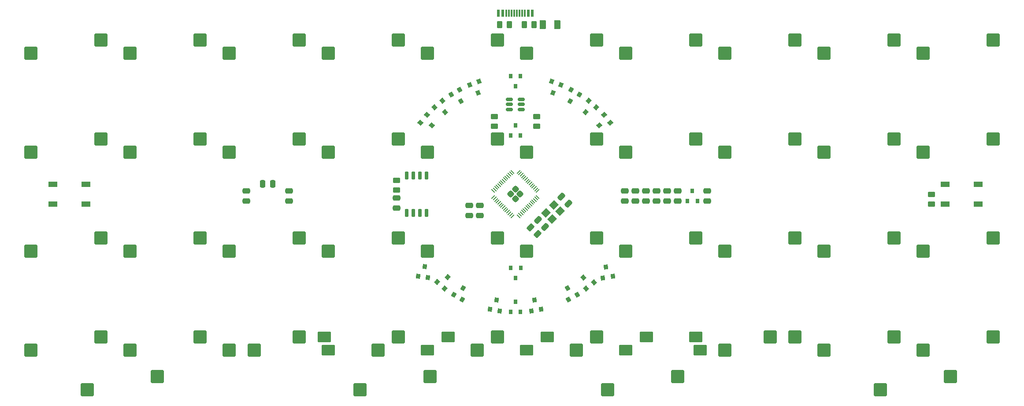
<source format=gbr>
%TF.GenerationSoftware,KiCad,Pcbnew,7.0.8*%
%TF.CreationDate,2023-10-05T16:55:03+02:00*%
%TF.ProjectId,Endeavour-2,456e6465-6176-46f7-9572-2d322e6b6963,rev?*%
%TF.SameCoordinates,Original*%
%TF.FileFunction,Paste,Bot*%
%TF.FilePolarity,Positive*%
%FSLAX46Y46*%
G04 Gerber Fmt 4.6, Leading zero omitted, Abs format (unit mm)*
G04 Created by KiCad (PCBNEW 7.0.8) date 2023-10-05 16:55:03*
%MOMM*%
%LPD*%
G01*
G04 APERTURE LIST*
G04 Aperture macros list*
%AMRoundRect*
0 Rectangle with rounded corners*
0 $1 Rounding radius*
0 $2 $3 $4 $5 $6 $7 $8 $9 X,Y pos of 4 corners*
0 Add a 4 corners polygon primitive as box body*
4,1,4,$2,$3,$4,$5,$6,$7,$8,$9,$2,$3,0*
0 Add four circle primitives for the rounded corners*
1,1,$1+$1,$2,$3*
1,1,$1+$1,$4,$5*
1,1,$1+$1,$6,$7*
1,1,$1+$1,$8,$9*
0 Add four rect primitives between the rounded corners*
20,1,$1+$1,$2,$3,$4,$5,0*
20,1,$1+$1,$4,$5,$6,$7,0*
20,1,$1+$1,$6,$7,$8,$9,0*
20,1,$1+$1,$8,$9,$2,$3,0*%
%AMRotRect*
0 Rectangle, with rotation*
0 The origin of the aperture is its center*
0 $1 length*
0 $2 width*
0 $3 Rotation angle, in degrees counterclockwise*
0 Add horizontal line*
21,1,$1,$2,0,0,$3*%
G04 Aperture macros list end*
%ADD10R,0.600000X1.450000*%
%ADD11R,0.300000X1.450000*%
%ADD12RoundRect,0.250000X1.025000X1.000000X-1.025000X1.000000X-1.025000X-1.000000X1.025000X-1.000000X0*%
%ADD13RoundRect,0.250000X0.475000X-0.250000X0.475000X0.250000X-0.475000X0.250000X-0.475000X-0.250000X0*%
%ADD14RotRect,0.900000X0.800000X310.000000*%
%ADD15RotRect,0.900000X0.800000X80.000000*%
%ADD16RoundRect,0.250000X0.262500X0.450000X-0.262500X0.450000X-0.262500X-0.450000X0.262500X-0.450000X0*%
%ADD17RotRect,0.900000X0.800000X290.000000*%
%ADD18RotRect,1.400000X1.200000X45.000000*%
%ADD19RoundRect,0.250000X-1.025000X-1.000000X1.025000X-1.000000X1.025000X1.000000X-1.025000X1.000000X0*%
%ADD20R,0.800000X0.900000*%
%ADD21RoundRect,0.200000X1.075000X0.800000X-1.075000X0.800000X-1.075000X-0.800000X1.075000X-0.800000X0*%
%ADD22RoundRect,0.250000X-0.262500X-0.450000X0.262500X-0.450000X0.262500X0.450000X-0.262500X0.450000X0*%
%ADD23RoundRect,0.250000X-0.512652X-0.159099X-0.159099X-0.512652X0.512652X0.159099X0.159099X0.512652X0*%
%ADD24RoundRect,0.250000X-0.503814X-0.132583X-0.132583X-0.503814X0.503814X0.132583X0.132583X0.503814X0*%
%ADD25RoundRect,0.250000X-0.375000X-0.625000X0.375000X-0.625000X0.375000X0.625000X-0.375000X0.625000X0*%
%ADD26RotRect,0.900000X0.800000X120.000000*%
%ADD27RotRect,0.900000X0.800000X100.000000*%
%ADD28RotRect,0.900000X0.800000X320.000000*%
%ADD29RotRect,0.900000X0.800000X300.000000*%
%ADD30RoundRect,0.250000X-0.450000X0.262500X-0.450000X-0.262500X0.450000X-0.262500X0.450000X0.262500X0*%
%ADD31RoundRect,0.150000X-0.512500X-0.150000X0.512500X-0.150000X0.512500X0.150000X-0.512500X0.150000X0*%
%ADD32RotRect,0.900000X0.800000X220.000000*%
%ADD33RotRect,0.900000X0.800000X230.000000*%
%ADD34RotRect,0.900000X0.800000X250.000000*%
%ADD35RotRect,0.900000X0.800000X130.000000*%
%ADD36RotRect,0.900000X0.800000X60.000000*%
%ADD37R,1.700000X1.000000*%
%ADD38RoundRect,0.250000X0.250000X0.475000X-0.250000X0.475000X-0.250000X-0.475000X0.250000X-0.475000X0*%
%ADD39RoundRect,0.250000X-0.475000X0.250000X-0.475000X-0.250000X0.475000X-0.250000X0.475000X0.250000X0*%
%ADD40RotRect,0.900000X0.800000X240.000000*%
%ADD41RoundRect,0.250000X0.000000X0.413257X-0.413257X0.000000X0.000000X-0.413257X0.413257X0.000000X0*%
%ADD42RoundRect,0.050000X0.238649X0.309359X-0.309359X-0.238649X-0.238649X-0.309359X0.309359X0.238649X0*%
%ADD43RoundRect,0.050000X-0.238649X0.309359X-0.309359X0.238649X0.238649X-0.309359X0.309359X-0.238649X0*%
%ADD44RoundRect,0.250000X0.450000X-0.262500X0.450000X0.262500X-0.450000X0.262500X-0.450000X-0.262500X0*%
%ADD45RoundRect,0.150000X-0.150000X0.650000X-0.150000X-0.650000X0.150000X-0.650000X0.150000X0.650000X0*%
%ADD46RotRect,0.900000X0.800000X50.000000*%
G04 APERTURE END LIST*
D10*
%TO.C,J1*%
X143465000Y-25087500D03*
X144265000Y-25087500D03*
D11*
X145465000Y-25087500D03*
X146465000Y-25087500D03*
X146965000Y-25087500D03*
X147965000Y-25087500D03*
D10*
X149165000Y-25087500D03*
X149965000Y-25087500D03*
X149965000Y-25087500D03*
X149165000Y-25087500D03*
D11*
X148465000Y-25087500D03*
X147465000Y-25087500D03*
X145965000Y-25087500D03*
X144965000Y-25087500D03*
D10*
X144265000Y-25087500D03*
X143465000Y-25087500D03*
%TD*%
D12*
%TO.C,K20*%
X53630000Y-70890000D03*
X67080000Y-68350000D03*
%TD*%
D13*
%TO.C,C5*%
X123850000Y-62560000D03*
X123850000Y-60660000D03*
%TD*%
D14*
%TO.C,D10*%
X131189470Y-43154604D03*
X132644955Y-41933307D03*
X133202788Y-44076044D03*
%TD*%
D15*
%TO.C,D19*%
X143651919Y-82399774D03*
X141780784Y-82069842D03*
X143063648Y-80265192D03*
%TD*%
D12*
%TO.C,K18*%
X206030000Y-51840000D03*
X219480000Y-49300000D03*
%TD*%
D16*
%TO.C,R7*%
X145532500Y-27230000D03*
X143707500Y-27230000D03*
%TD*%
D17*
%TO.C,D2*%
X137925272Y-38875227D03*
X139710688Y-38225388D03*
X139502020Y-40429693D03*
%TD*%
D12*
%TO.C,K23*%
X110780000Y-70890000D03*
X124230000Y-68350000D03*
%TD*%
%TO.C,K9*%
X225080000Y-32790000D03*
X238530000Y-30250000D03*
%TD*%
D18*
%TO.C,Y0*%
X152551142Y-63496777D03*
X154106777Y-61941142D03*
X155308858Y-63143223D03*
X153753223Y-64698858D03*
%TD*%
D12*
%TO.C,K22*%
X91730000Y-70890000D03*
X105180000Y-68350000D03*
%TD*%
D19*
%TO.C,1.5u2*%
X177887500Y-95020000D03*
X164437500Y-97560000D03*
%TD*%
D20*
%TO.C,D3*%
X145765000Y-37140000D03*
X147665000Y-37140000D03*
X146715000Y-39140000D03*
%TD*%
D12*
%TO.C,1u8*%
X225080000Y-89940000D03*
X238530000Y-87400000D03*
%TD*%
D19*
%TO.C,1u_space1*%
X77875000Y-95020000D03*
X64425000Y-97560000D03*
%TD*%
D21*
%TO.C,2u2*%
X148880000Y-89940000D03*
D12*
X162330000Y-87400000D03*
%TD*%
%TO.C,K19*%
X225080000Y-51840000D03*
X238530000Y-49300000D03*
%TD*%
D20*
%TO.C,D8*%
X147665000Y-48630000D03*
X145765000Y-48630000D03*
X146715000Y-46630000D03*
%TD*%
D22*
%TO.C,R6*%
X148427500Y-27230000D03*
X150252500Y-27230000D03*
%TD*%
D23*
%TO.C,C3*%
X151030000Y-64870000D03*
X152373502Y-66213502D03*
%TD*%
D24*
%TO.C,R5*%
X149644765Y-66304765D03*
X150935235Y-67595235D03*
%TD*%
D12*
%TO.C,K5*%
X148880000Y-32790000D03*
X162330000Y-30250000D03*
%TD*%
D23*
%TO.C,C2*%
X155516498Y-60406498D03*
X156860000Y-61750000D03*
%TD*%
D13*
%TO.C,C11*%
X169790000Y-61180000D03*
X169790000Y-59280000D03*
%TD*%
D25*
%TO.C,F0*%
X152000000Y-27230000D03*
X154800000Y-27230000D03*
%TD*%
D26*
%TO.C,D16*%
X158572724Y-79271025D03*
X156927276Y-80221025D03*
X156750000Y-78013975D03*
%TD*%
D12*
%TO.C,2u4*%
X158405000Y-89940000D03*
D21*
X171855000Y-87400000D03*
%TD*%
D27*
%TO.C,D14*%
X165399216Y-75679842D03*
X163528081Y-76009774D03*
X164116352Y-73875192D03*
%TD*%
D28*
%TO.C,D9*%
X128463307Y-46104955D03*
X129684604Y-44649470D03*
X130606044Y-46662788D03*
%TD*%
D12*
%TO.C,K3*%
X110780000Y-32790000D03*
X124230000Y-30250000D03*
%TD*%
D13*
%TO.C,C7*%
X103220000Y-61180000D03*
X103220000Y-59280000D03*
%TD*%
D12*
%TO.C,1u6*%
X186980000Y-89940000D03*
X200430000Y-87400000D03*
%TD*%
%TO.C,K29*%
X225080000Y-70890000D03*
X238530000Y-68350000D03*
%TD*%
D19*
%TO.C,1u_space2*%
X230275000Y-95020000D03*
X216825000Y-97560000D03*
%TD*%
D12*
%TO.C,K12*%
X91730000Y-51840000D03*
X105180000Y-49300000D03*
%TD*%
%TO.C,K21*%
X72680000Y-70890000D03*
X86130000Y-68350000D03*
%TD*%
%TO.C,SPACE1*%
X139355000Y-89940000D03*
D21*
X152805000Y-87400000D03*
%TD*%
D29*
%TO.C,D1*%
X134367276Y-40712950D03*
X136012724Y-39762950D03*
X136190000Y-41970000D03*
%TD*%
D30*
%TO.C,R4*%
X142630000Y-44967500D03*
X142630000Y-46792500D03*
%TD*%
D20*
%TO.C,D18*%
X147660000Y-82590000D03*
X145760000Y-82590000D03*
X146710000Y-80590000D03*
%TD*%
D31*
%TO.C,U44*%
X145572500Y-43570000D03*
X145572500Y-42620000D03*
X145572500Y-41670000D03*
X147847500Y-41670000D03*
X147847500Y-42620000D03*
X147847500Y-43570000D03*
%TD*%
D13*
%TO.C,C4*%
X177880000Y-61180000D03*
X177880000Y-59280000D03*
%TD*%
D20*
%TO.C,D13*%
X145820000Y-74070000D03*
X147720000Y-74070000D03*
X146770000Y-76070000D03*
%TD*%
D13*
%TO.C,C12*%
X167750000Y-61180000D03*
X167750000Y-59280000D03*
%TD*%
D12*
%TO.C,K2*%
X91730000Y-32790000D03*
X105180000Y-30250000D03*
%TD*%
D13*
%TO.C,C17*%
X175860000Y-61180000D03*
X175860000Y-59280000D03*
%TD*%
D32*
%TO.C,D7*%
X163735396Y-44649470D03*
X164956693Y-46104955D03*
X162813956Y-46662788D03*
%TD*%
D12*
%TO.C,K17*%
X186980000Y-51840000D03*
X200430000Y-49300000D03*
%TD*%
%TO.C,K28*%
X206030000Y-70890000D03*
X219480000Y-68350000D03*
%TD*%
%TO.C,1u1*%
X53630000Y-89940000D03*
X67080000Y-87400000D03*
%TD*%
%TO.C,K24*%
X129830000Y-70890000D03*
X143280000Y-68350000D03*
%TD*%
%TO.C,K25*%
X148880000Y-70890000D03*
X162330000Y-68350000D03*
%TD*%
D30*
%TO.C,R3*%
X150780000Y-44967500D03*
X150780000Y-46792500D03*
%TD*%
D12*
%TO.C,1u7*%
X206030000Y-89940000D03*
X219480000Y-87400000D03*
%TD*%
D33*
%TO.C,D6*%
X160785045Y-41933307D03*
X162240530Y-43154604D03*
X160227212Y-44076044D03*
%TD*%
D12*
%TO.C,K13*%
X110780000Y-51840000D03*
X124230000Y-49300000D03*
%TD*%
%TO.C,K0*%
X53630000Y-32790000D03*
X67080000Y-30250000D03*
%TD*%
%TO.C,1u3*%
X91730000Y-89940000D03*
X105180000Y-87400000D03*
%TD*%
%TO.C,K26*%
X167930000Y-70890000D03*
X181380000Y-68350000D03*
%TD*%
D34*
%TO.C,D4*%
X153689312Y-38225388D03*
X155474728Y-38875227D03*
X153897980Y-40429693D03*
%TD*%
D12*
%TO.C,K8*%
X206030000Y-32790000D03*
X219480000Y-30250000D03*
%TD*%
D35*
%TO.C,D15*%
X161760530Y-76845396D03*
X160305045Y-78066693D03*
X159747212Y-75923956D03*
%TD*%
D12*
%TO.C,1u4_offset1*%
X96492500Y-89940000D03*
D21*
X109942500Y-87400000D03*
%TD*%
D36*
%TO.C,D20*%
X136492724Y-80221025D03*
X134847276Y-79271025D03*
X136670000Y-78013975D03*
%TD*%
D12*
%TO.C,K14*%
X129830000Y-51840000D03*
X143280000Y-49300000D03*
%TD*%
D21*
%TO.C,1u4*%
X182217500Y-89940000D03*
D12*
X195667500Y-87400000D03*
%TD*%
D37*
%TO.C,SW2*%
X235590000Y-57970000D03*
X229290000Y-57970000D03*
X235590000Y-61770000D03*
X229290000Y-61770000D03*
%TD*%
D20*
%TO.C,U4*%
X181660000Y-61230000D03*
X179760000Y-61230000D03*
X180710000Y-59230000D03*
%TD*%
D12*
%TO.C,1u2*%
X72680000Y-89940000D03*
X86130000Y-87400000D03*
%TD*%
D38*
%TO.C,C8*%
X100040000Y-57940000D03*
X98140000Y-57940000D03*
%TD*%
D12*
%TO.C,K15*%
X148880000Y-51840000D03*
X162330000Y-49300000D03*
%TD*%
D37*
%TO.C,SW0*%
X64140000Y-57970000D03*
X57840000Y-57970000D03*
X64140000Y-61770000D03*
X57840000Y-61770000D03*
%TD*%
D12*
%TO.C,K7*%
X186980000Y-32790000D03*
X200430000Y-30250000D03*
%TD*%
%TO.C,K6*%
X167930000Y-32790000D03*
X181380000Y-30250000D03*
%TD*%
D19*
%TO.C,1.5u1*%
X130262500Y-95020000D03*
X116812500Y-97560000D03*
%TD*%
D12*
%TO.C,K4*%
X129830000Y-32790000D03*
X143280000Y-30250000D03*
%TD*%
%TO.C,K16*%
X167930000Y-51840000D03*
X181380000Y-49300000D03*
%TD*%
D30*
%TO.C,R1*%
X123850000Y-57245000D03*
X123850000Y-59070000D03*
%TD*%
D12*
%TO.C,K27*%
X186980000Y-70890000D03*
X200430000Y-68350000D03*
%TD*%
D21*
%TO.C,2u3*%
X129830000Y-89940000D03*
D12*
X143280000Y-87400000D03*
%TD*%
D39*
%TO.C,C1*%
X183570000Y-59280000D03*
X183570000Y-61180000D03*
%TD*%
D40*
%TO.C,D5*%
X157397276Y-39762950D03*
X159042724Y-40712950D03*
X157220000Y-41970000D03*
%TD*%
D13*
%TO.C,C9*%
X171810000Y-61180000D03*
X171810000Y-59280000D03*
%TD*%
D41*
%TO.C,U3*%
X147616561Y-59870000D03*
X146715000Y-58968439D03*
X146715000Y-60771561D03*
X145813439Y-59870000D03*
D42*
X147307202Y-55600843D03*
X147590045Y-55883686D03*
X147872887Y-56166528D03*
X148155730Y-56449371D03*
X148438573Y-56732214D03*
X148721415Y-57015056D03*
X149004258Y-57297899D03*
X149287101Y-57580742D03*
X149569944Y-57863585D03*
X149852786Y-58146427D03*
X150135629Y-58429270D03*
X150418472Y-58712113D03*
X150701314Y-58994955D03*
X150984157Y-59277798D03*
D43*
X150984157Y-60462202D03*
X150701314Y-60745045D03*
X150418472Y-61027887D03*
X150135629Y-61310730D03*
X149852786Y-61593573D03*
X149569944Y-61876415D03*
X149287101Y-62159258D03*
X149004258Y-62442101D03*
X148721415Y-62724944D03*
X148438573Y-63007786D03*
X148155730Y-63290629D03*
X147872887Y-63573472D03*
X147590045Y-63856314D03*
X147307202Y-64139157D03*
D42*
X146122798Y-64139157D03*
X145839955Y-63856314D03*
X145557113Y-63573472D03*
X145274270Y-63290629D03*
X144991427Y-63007786D03*
X144708585Y-62724944D03*
X144425742Y-62442101D03*
X144142899Y-62159258D03*
X143860056Y-61876415D03*
X143577214Y-61593573D03*
X143294371Y-61310730D03*
X143011528Y-61027887D03*
X142728686Y-60745045D03*
X142445843Y-60462202D03*
D43*
X142445843Y-59277798D03*
X142728686Y-58994955D03*
X143011528Y-58712113D03*
X143294371Y-58429270D03*
X143577214Y-58146427D03*
X143860056Y-57863585D03*
X144142899Y-57580742D03*
X144425742Y-57297899D03*
X144708585Y-57015056D03*
X144991427Y-56732214D03*
X145274270Y-56449371D03*
X145557113Y-56166528D03*
X145839955Y-55883686D03*
X146122798Y-55600843D03*
%TD*%
D13*
%TO.C,C10*%
X139890000Y-63980000D03*
X139890000Y-62080000D03*
%TD*%
D44*
%TO.C,R8*%
X226630000Y-61802500D03*
X226630000Y-59977500D03*
%TD*%
D15*
%TO.C,D12*%
X129890000Y-75990000D03*
X128018865Y-75660068D03*
X129301729Y-73855418D03*
%TD*%
D12*
%TO.C,2u_1.25option1*%
X120305000Y-89940000D03*
D21*
X133755000Y-87400000D03*
%TD*%
D12*
%TO.C,K11*%
X72680000Y-51840000D03*
X86130000Y-49300000D03*
%TD*%
D21*
%TO.C,1.5u3*%
X167930000Y-89940000D03*
X181380000Y-87400000D03*
%TD*%
D27*
%TO.C,D17*%
X151649216Y-82069842D03*
X149778081Y-82399774D03*
X150366352Y-80265192D03*
%TD*%
D13*
%TO.C,C6*%
X94970000Y-61180000D03*
X94970000Y-59280000D03*
%TD*%
D45*
%TO.C,U2*%
X125805000Y-56270000D03*
X127075000Y-56270000D03*
X128345000Y-56270000D03*
X129615000Y-56270000D03*
X129615000Y-63470000D03*
X128345000Y-63470000D03*
X127075000Y-63470000D03*
X125805000Y-63470000D03*
%TD*%
D12*
%TO.C,K1*%
X72680000Y-32790000D03*
X86130000Y-30250000D03*
%TD*%
D13*
%TO.C,C14*%
X137880000Y-63980000D03*
X137880000Y-62080000D03*
%TD*%
D46*
%TO.C,D11*%
X133134955Y-78046693D03*
X131679470Y-76825396D03*
X133692788Y-75903956D03*
%TD*%
D21*
%TO.C,2u1*%
X110780000Y-89940000D03*
D12*
X124230000Y-87400000D03*
%TD*%
D13*
%TO.C,C13*%
X173840000Y-61180000D03*
X173840000Y-59280000D03*
%TD*%
D12*
%TO.C,K10*%
X53630000Y-51840000D03*
X67080000Y-49300000D03*
%TD*%
M02*

</source>
